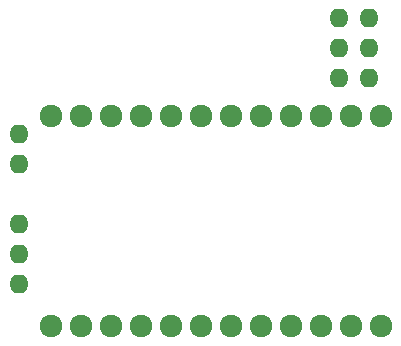
<source format=gbs>
G04 (created by PCBNEW (2013-jul-07)-stable) date Mon 28 Dec 2015 12:48:25 PM PST*
%MOIN*%
G04 Gerber Fmt 3.4, Leading zero omitted, Abs format*
%FSLAX34Y34*%
G01*
G70*
G90*
G04 APERTURE LIST*
%ADD10C,0.00393701*%
%ADD11O,0.063748X0.063748*%
%ADD12O,0.075748X0.075748*%
G04 APERTURE END LIST*
G54D10*
G54D11*
X52760Y-39407D03*
X52760Y-40407D03*
X52760Y-42407D03*
X52760Y-43407D03*
X52760Y-44407D03*
G54D12*
X53807Y-38796D03*
X54807Y-38796D03*
X55807Y-38796D03*
X56807Y-38796D03*
X57807Y-38796D03*
X58807Y-38796D03*
X59807Y-38796D03*
X60807Y-38796D03*
X61807Y-38796D03*
X62807Y-38796D03*
X63807Y-38796D03*
X64807Y-38796D03*
X53807Y-45804D03*
X54807Y-45804D03*
X55807Y-45804D03*
X56807Y-45804D03*
X57807Y-45804D03*
X58807Y-45804D03*
X59807Y-45804D03*
X60807Y-45804D03*
X61807Y-45804D03*
X62807Y-45804D03*
X63807Y-45804D03*
X64807Y-45804D03*
G54D11*
X64414Y-36513D03*
X64414Y-37513D03*
X64414Y-35513D03*
X63414Y-35513D03*
X63414Y-36513D03*
X63414Y-37513D03*
M02*

</source>
